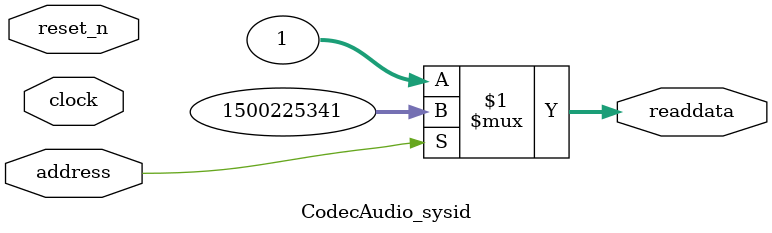
<source format=v>



// synthesis translate_off
`timescale 1ns / 1ps
// synthesis translate_on

// turn off superfluous verilog processor warnings 
// altera message_level Level1 
// altera message_off 10034 10035 10036 10037 10230 10240 10030 

module CodecAudio_sysid (
               // inputs:
                address,
                clock,
                reset_n,

               // outputs:
                readdata
             )
;

  output  [ 31: 0] readdata;
  input            address;
  input            clock;
  input            reset_n;

  wire    [ 31: 0] readdata;
  //control_slave, which is an e_avalon_slave
  assign readdata = address ? 1500225341 : 1;

endmodule




</source>
